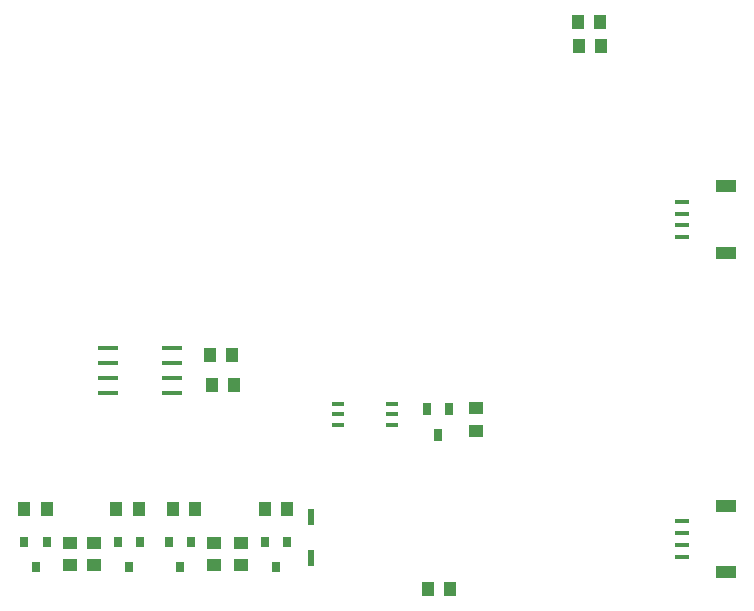
<source format=gtp>
G04 DipTrace 3.3.1.3*
G04 T4LSSArduinoShield.gtp*
%MOIN*%
G04 #@! TF.FileFunction,Paste,Top*
G04 #@! TF.Part,Single*
%ADD48R,0.031496X0.035433*%
%ADD75R,0.07086X0.015742*%
%ADD79R,0.051175X0.043301*%
%ADD81R,0.025585X0.043301*%
%ADD87R,0.04527X0.015742*%
%ADD89R,0.07086X0.039364*%
%ADD91R,0.04212X0.01712*%
%ADD113R,0.023616X0.055112*%
%ADD119R,0.043301X0.051175*%
%FSLAX26Y26*%
G04*
G70*
G90*
G75*
G01*
G04 TopPaste*
%LPD*%
D119*
X1168700Y1557700D3*
X1093897D3*
X1819897Y777700D3*
X1894700D3*
X1175700Y1457700D3*
X1100897D3*
D113*
X1432700Y881771D3*
Y1015629D3*
D91*
X1522700Y1323700D3*
Y1358700D3*
Y1393700D3*
X1700700Y1323700D3*
Y1358700D3*
Y1393700D3*
D89*
X2813385Y1898464D3*
Y2118936D3*
D87*
X2668700Y1949645D3*
Y1989015D3*
Y2028385D3*
Y2067755D3*
D89*
X2813385Y833464D3*
Y1053936D3*
D87*
X2668700Y884645D3*
Y924015D3*
Y963385D3*
Y1002755D3*
D48*
X1031700Y933070D3*
X956897D3*
X994298Y850393D3*
X551102Y933070D3*
X476298D3*
X513700Y850393D3*
X862700Y933070D3*
X787897D3*
X825298Y850393D3*
X1351700Y933070D3*
X1276897D3*
X1314298Y850393D3*
D81*
X1891700Y1376700D3*
X1816897D3*
X1854298Y1290086D3*
D119*
X2399700Y2587700D3*
X2324897D3*
X2320700Y2665700D3*
X2395503D3*
X1351700Y1042700D3*
X1276897D3*
X970897Y1043700D3*
X1045700D3*
D79*
X1109700Y856298D3*
Y931102D3*
X1198700Y856298D3*
Y931102D3*
X1981700Y1378700D3*
Y1303897D3*
D119*
X857700Y1043700D3*
X782897D3*
X476298D3*
X551102D3*
D79*
X627700Y856298D3*
Y931102D3*
X706700Y856298D3*
Y931102D3*
D75*
X968700Y1430700D3*
Y1480700D3*
Y1530700D3*
Y1580700D3*
X756102D3*
Y1530700D3*
Y1480700D3*
Y1430700D3*
M02*

</source>
